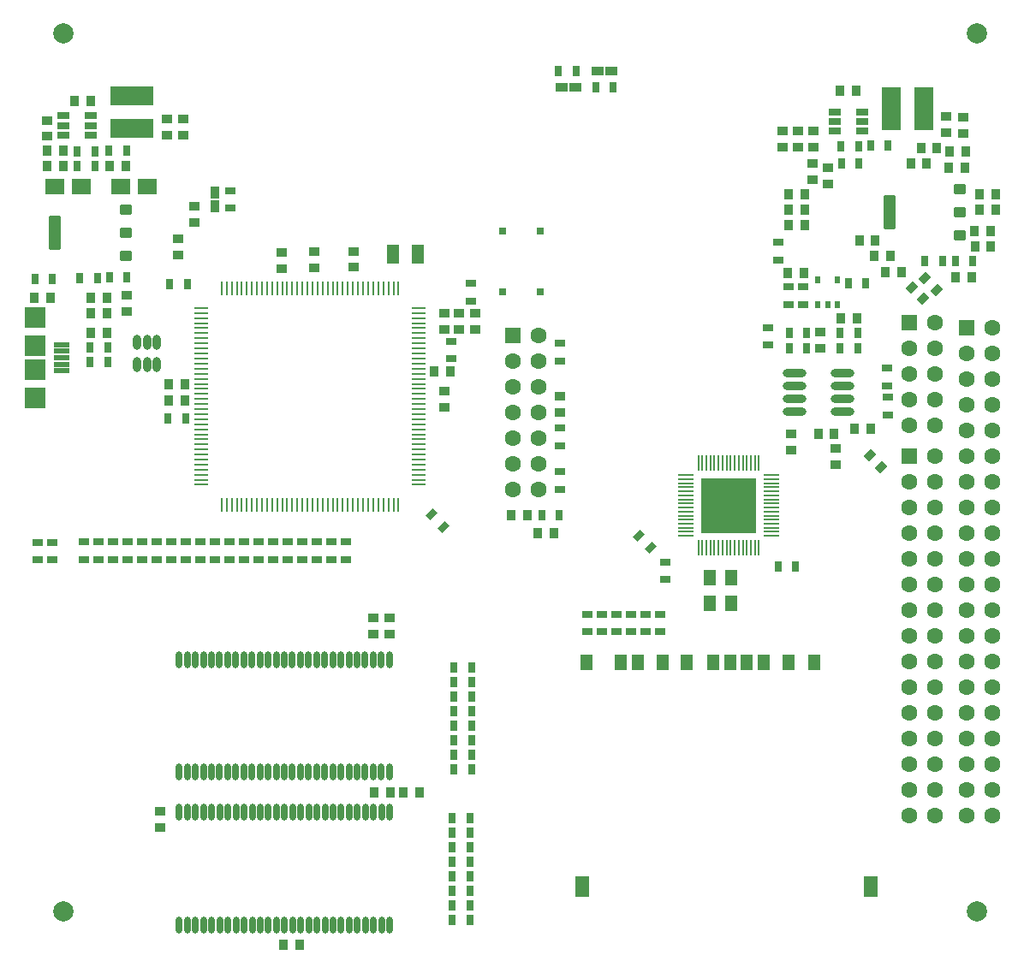
<source format=gts>
G04 ================== begin FILE IDENTIFICATION RECORD ==================*
G04 Layout Name:  Beamforming_PCB_Ver1_0_1.brd*
G04 Film Name:    soldermask_top*
G04 File Format:  Gerber RS274X*
G04 File Origin:  Cadence Allegro 16.6-2015-S066*
G04 Origin Date:  Thu Mar 18 00:04:30 2021*
G04 *
G04 Layer:  VIA CLASS/SOLDERMASK_TOP*
G04 Layer:  PIN/SOLDERMASK_TOP*
G04 Layer:  PACKAGE GEOMETRY/SOLDERMASK_TOP*
G04 *
G04 Offset:    (0.00 0.00)*
G04 Mirror:    No*
G04 Mode:      Positive*
G04 Rotation:  0*
G04 FullContactRelief:  No*
G04 UndefLineWidth:     0.00*
G04 ================== end FILE IDENTIFICATION RECORD ====================*
%FSLAX25Y25*MOIN*%
%IR0*IPPOS*OFA0.00000B0.00000*MIA0B0*SFA1.00000B1.00000*%
%AMMACRO16*
4,1,44,-.03248,-.03118,
.03248,-.03118,
.033164,-.031121,
.033827,-.030943,
.034449,-.030654,
.035012,-.03026,
.035497,-.029775,
.035891,-.029213,
.036182,-.028592,
.03636,-.027929,
.03642,-.027245,
.03642,-.02724,
.03642,.02724,
.036361,.027924,
.036183,.028587,
.035894,.029209,
.0355,.029772,
.035015,.030257,
.034453,.030651,
.033832,.030942,
.033169,.03112,
.032485,.03118,
.03248,.03118,
-.03248,.03118,
-.033164,.031121,
-.033827,.030943,
-.034449,.030654,
-.035012,.03026,
-.035497,.029775,
-.035891,.029213,
-.036182,.028592,
-.03636,.027929,
-.03642,.027245,
-.03642,.02724,
-.03642,-.02724,
-.036361,-.027924,
-.036183,-.028587,
-.035894,-.029209,
-.0355,-.029772,
-.035015,-.030257,
-.034453,-.030651,
-.033832,-.030942,
-.033169,-.03112,
-.032485,-.03118,
-.03248,-.03118,
0.0*
%
%ADD16MACRO16*%
%AMMACRO41*
4,1,38,.00394,.02559,
.00394,-.02559,
.00388,-.026274,
.003702,-.026938,
.003412,-.02756,
.003018,-.028123,
.002532,-.028608,
.00197,-.029002,
.001347,-.029292,
.000684,-.02947,
0.0,-.02953,
-.000684,-.02947,
-.001348,-.029292,
-.00197,-.029002,
-.002533,-.028608,
-.003018,-.028122,
-.003412,-.02756,
-.003702,-.026937,
-.00388,-.026274,
-.00394,-.02559,
-.00394,.02559,
-.00388,.026274,
-.003702,.026938,
-.003412,.02756,
-.003018,.028123,
-.002532,.028608,
-.00197,.029002,
-.001347,.029292,
-.000684,.02947,
0.0,.02953,
.000684,.02947,
.001348,.029292,
.00197,.029002,
.002533,.028608,
.003018,.028122,
.003412,.02756,
.003702,.026937,
.00388,.026274,
.00394,.02559,
0.0*
%
%ADD41MACRO41*%
%AMMACRO40*
4,1,38,.02559,-.00394,
-.02559,-.00394,
-.026274,-.00388,
-.026938,-.003702,
-.02756,-.003412,
-.028123,-.003018,
-.028608,-.002532,
-.029002,-.00197,
-.029292,-.001347,
-.02947,-.000684,
-.02953,0.0,
-.02947,.000684,
-.029292,.001348,
-.029002,.00197,
-.028608,.002533,
-.028122,.003018,
-.02756,.003412,
-.026937,.003702,
-.026274,.00388,
-.02559,.00394,
.02559,.00394,
.026274,.00388,
.026938,.003702,
.02756,.003412,
.028123,.003018,
.028608,.002532,
.029002,.00197,
.029292,.001347,
.02947,.000684,
.02953,0.0,
.02947,-.000684,
.029292,-.001348,
.029002,-.00197,
.028608,-.002533,
.028122,-.003018,
.02756,-.003412,
.026937,-.003702,
.026274,-.00388,
.02559,-.00394,
0.0*
%
%ADD40MACRO40*%
%ADD33C,.06299*%
%AMMACRO32*
4,1,44,-.02143,-.00752,
-.00752,-.02143,
-.006995,-.021872,
-.006401,-.022216,
-.005757,-.022452,
-.005081,-.022572,
-.004395,-.022574,
-.003719,-.022456,
-.003074,-.022222,
-.002479,-.021881,
-.001953,-.02144,
-.00195,-.02144,
.02144,.00195,
.021879,.002477,
.022221,.003072,
.022455,.003717,
.022573,.004393,
.022572,.005079,
.022452,.005755,
.022217,.006399,
.021873,.006993,
.021431,.007518,
.02143,.00752,
.00752,.02143,
.006995,.021872,
.006401,.022216,
.005757,.022452,
.005081,.022572,
.004395,.022574,
.003719,.022456,
.003074,.022222,
.002479,.021881,
.001953,.02144,
.00195,.02144,
-.02144,-.00195,
-.021879,-.002477,
-.022221,-.003072,
-.022455,-.003717,
-.022573,-.004393,
-.022572,-.005079,
-.022452,-.005755,
-.022217,-.006399,
-.021873,-.006993,
-.021431,-.007518,
-.02143,-.00752,
0.0*
%
%ADD32MACRO32*%
%AMMACRO22*
4,1,40,-.02047,.00984,
-.02047,-.00984,
-.020411,-.010524,
-.020234,-.011187,
-.019944,-.011809,
-.019551,-.012371,
-.019067,-.012857,
-.018505,-.013251,
-.017883,-.013541,
-.017221,-.01372,
-.01654,-.01378,
.01654,-.01378,
.017223,-.013719,
.017886,-.01354,
.018507,-.013249,
.019069,-.012855,
.019553,-.012369,
.019946,-.011806,
.020235,-.011184,
.020411,-.010521,
.02047,-.00984,
.02047,.00984,
.020411,.010524,
.020234,.011187,
.019944,.011809,
.019551,.012371,
.019067,.012857,
.018505,.013251,
.017883,.013541,
.017221,.01372,
.01654,.01378,
-.01654,.01378,
-.017223,.013719,
-.017886,.01354,
-.018507,.013249,
-.019069,.012855,
-.019553,.012369,
-.019946,.011806,
-.020235,.011184,
-.020411,.010521,
-.02047,.00984,
0.0*
%
%ADD22MACRO22*%
%AMMACRO20*
4,1,40,.00984,.02047,
-.00984,.02047,
-.010524,.020411,
-.011187,.020234,
-.011809,.019944,
-.012371,.019551,
-.012857,.019067,
-.013251,.018505,
-.013541,.017883,
-.01372,.017221,
-.01378,.01654,
-.01378,-.01654,
-.013719,-.017223,
-.01354,-.017886,
-.013249,-.018507,
-.012855,-.019069,
-.012369,-.019553,
-.011806,-.019946,
-.011184,-.020235,
-.010521,-.020411,
-.00984,-.02047,
.00984,-.02047,
.010524,-.020411,
.011187,-.020234,
.011809,-.019944,
.012371,-.019551,
.012857,-.019067,
.013251,-.018505,
.013541,-.017883,
.01372,-.017221,
.01378,-.01654,
.01378,.01654,
.013719,.017223,
.01354,.017886,
.013249,.018507,
.012855,.019069,
.012369,.019553,
.011806,.019946,
.011184,.020235,
.010521,.020411,
.00984,.02047,
0.0*
%
%ADD20MACRO20*%
%ADD17C,.07874*%
%AMMACRO48*
4,1,40,-.02297,-.00626,
-.00626,-.02297,
-.005735,-.023412,
-.00514,-.023754,
-.004495,-.023988,
-.003819,-.024107,
-.003132,-.024106,
-.002456,-.023987,
-.001811,-.023751,
-.001217,-.023407,
-.00069,-.02297,
.02297,.00069,
.023408,.001219,
.023752,.001813,
.023987,.002458,
.024107,.003134,
.024107,.00382,
.023988,.004496,
.023754,.005141,
.023411,.005736,
.02297,.00626,
.00626,.02297,
.005735,.023412,
.00514,.023754,
.004495,.023988,
.003819,.024107,
.003132,.024106,
.002456,.023987,
.001811,.023751,
.001217,.023407,
.00069,.02297,
-.02297,-.00069,
-.023408,-.001219,
-.023752,-.001813,
-.023987,-.002458,
-.024107,-.003134,
-.024107,-.00382,
-.023988,-.004496,
-.023754,-.005141,
-.023411,-.005736,
-.02297,-.00626,
0.0*
%
%ADD48MACRO48*%
%AMMACRO21*
4,1,44,.01181,.02067,
-.01181,.02067,
-.012494,.020611,
-.013157,.020433,
-.013779,.020143,
-.014342,.01975,
-.014827,.019265,
-.015221,.018703,
-.015512,.018081,
-.01569,.017418,
-.01575,.016734,
-.01575,.01673,
-.01575,-.01673,
-.015691,-.017414,
-.015513,-.018077,
-.015223,-.018699,
-.01483,-.019262,
-.014345,-.019747,
-.013783,-.020141,
-.013161,-.020432,
-.012498,-.02061,
-.011814,-.02067,
-.01181,-.02067,
.01181,-.02067,
.012494,-.020611,
.013157,-.020433,
.013779,-.020143,
.014342,-.01975,
.014827,-.019265,
.015221,-.018703,
.015512,-.018081,
.01569,-.017418,
.01575,-.016734,
.01575,-.01673,
.01575,.01673,
.015691,.017414,
.015513,.018077,
.015223,.018699,
.01483,.019262,
.014345,.019747,
.013783,.020141,
.013161,.020432,
.012498,.02061,
.011814,.02067,
.01181,.02067,
0.0*
%
%ADD21MACRO21*%
%AMMACRO14*
4,1,44,-.02067,.01181,
-.02067,-.01181,
-.020611,-.012494,
-.020433,-.013157,
-.020143,-.013779,
-.01975,-.014342,
-.019265,-.014827,
-.018703,-.015221,
-.018081,-.015512,
-.017418,-.01569,
-.016734,-.01575,
-.01673,-.01575,
.01673,-.01575,
.017414,-.015691,
.018077,-.015513,
.018699,-.015223,
.019262,-.01483,
.019747,-.014345,
.020141,-.013783,
.020432,-.013161,
.02061,-.012498,
.02067,-.011814,
.02067,-.01181,
.02067,.01181,
.020611,.012494,
.020433,.013157,
.020143,.013779,
.01975,.014342,
.019265,.014827,
.018703,.015221,
.018081,.015512,
.017418,.01569,
.016734,.01575,
.01673,.01575,
-.01673,.01575,
-.017414,.015691,
-.018077,.015513,
-.018699,.015223,
-.019262,.01483,
-.019747,.014345,
-.020141,.013783,
-.020432,.013161,
-.02061,.012498,
-.02067,.011814,
-.02067,.01181,
0.0*
%
%ADD14MACRO14*%
%ADD23R,.17126X.07677*%
%ADD49R,.07677X.17126*%
%AMMACRO36*
4,1,44,.02067,.01772,
-.02067,.01772,
-.021354,.01766,
-.022017,.017483,
-.02264,.017193,
-.023202,.016799,
-.023688,.016313,
-.024082,.015751,
-.024372,.015129,
-.02455,.014465,
-.02461,.013781,
-.02461,.01378,
-.02461,-.01378,
-.02455,-.014464,
-.024373,-.015127,
-.024083,-.01575,
-.023689,-.016312,
-.023203,-.016798,
-.022641,-.017192,
-.022019,-.017482,
-.021355,-.01766,
-.020671,-.01772,
-.02067,-.01772,
.02067,-.01772,
.021354,-.01766,
.022017,-.017483,
.02264,-.017193,
.023202,-.016799,
.023688,-.016313,
.024082,-.015751,
.024372,-.015129,
.02455,-.014465,
.02461,-.013781,
.02461,-.01378,
.02461,.01378,
.02455,.014464,
.024373,.015127,
.024083,.01575,
.023689,.016312,
.023203,.016798,
.022641,.017192,
.022019,.017482,
.021355,.01766,
.020671,.01772,
.02067,.01772,
0.0*
%
%ADD36MACRO36*%
%AMMACRO29*
4,1,44,-.01772,.02067,
-.01772,-.02067,
-.01766,-.021354,
-.017483,-.022017,
-.017193,-.02264,
-.016799,-.023202,
-.016313,-.023688,
-.015751,-.024082,
-.015129,-.024372,
-.014465,-.02455,
-.013781,-.02461,
-.01378,-.02461,
.01378,-.02461,
.014464,-.02455,
.015127,-.024373,
.01575,-.024083,
.016312,-.023689,
.016798,-.023203,
.017192,-.022641,
.017482,-.022019,
.01766,-.021355,
.01772,-.020671,
.01772,-.02067,
.01772,.02067,
.01766,.021354,
.017483,.022017,
.017193,.02264,
.016799,.023202,
.016313,.023688,
.015751,.024082,
.015129,.024372,
.014465,.02455,
.013781,.02461,
.01378,.02461,
-.01378,.02461,
-.014464,.02455,
-.015127,.024373,
-.01575,.024083,
-.016312,.023689,
-.016798,.023203,
-.017192,.022641,
-.017482,.022019,
-.01766,.021355,
-.01772,.020671,
-.01772,.02067,
0.0*
%
%ADD29MACRO29*%
%ADD34R,.06299X.06299*%
%AMMACRO45*
4,1,38,-.02559,.00394,
.02559,.00394,
.026274,.00388,
.026938,.003702,
.02756,.003412,
.028123,.003018,
.028608,.002532,
.029002,.00197,
.029292,.001347,
.02947,.000684,
.02953,0.0,
.02947,-.000684,
.029292,-.001348,
.029002,-.00197,
.028608,-.002533,
.028122,-.003018,
.02756,-.003412,
.026937,-.003702,
.026274,-.00388,
.02559,-.00394,
-.02559,-.00394,
-.026274,-.00388,
-.026938,-.003702,
-.02756,-.003412,
-.028123,-.003018,
-.028608,-.002532,
-.029002,-.00197,
-.029292,-.001347,
-.02947,-.000684,
-.02953,0.0,
-.02947,.000684,
-.029292,.001348,
-.029002,.00197,
-.028608,.002533,
-.028122,.003018,
-.02756,.003412,
-.026937,.003702,
-.026274,.00388,
-.02559,.00394,
0.0*
%
%ADD45MACRO45*%
%AMMACRO42*
4,1,38,-.00394,-.02559,
-.00394,.02559,
-.00388,.026274,
-.003702,.026938,
-.003412,.02756,
-.003018,.028123,
-.002532,.028608,
-.00197,.029002,
-.001347,.029292,
-.000684,.02947,
0.0,.02953,
.000684,.02947,
.001348,.029292,
.00197,.029002,
.002533,.028608,
.003018,.028122,
.003412,.02756,
.003702,.026937,
.00388,.026274,
.00394,.02559,
.00394,-.02559,
.00388,-.026274,
.003702,-.026938,
.003412,-.02756,
.003018,-.028123,
.002532,-.028608,
.00197,-.029002,
.001347,-.029292,
.000684,-.02947,
0.0,-.02953,
-.000684,-.02947,
-.001348,-.029292,
-.00197,-.029002,
-.002533,-.028608,
-.003018,-.028122,
-.003412,-.02756,
-.003702,-.026937,
-.00388,-.026274,
-.00394,-.02559,
0.0*
%
%ADD42MACRO42*%
%ADD25O,.0315X.05906*%
%ADD44R,.21654X.21654*%
%ADD10R,.08071X.08071*%
%ADD47R,.02165X.02953*%
%ADD46O,.09331X.03189*%
%ADD18R,.05906X.02165*%
%ADD27O,.02362X.06693*%
%AMMACRO24*
4,1,40,.02185,-.01654,
.02185,.01654,
.021789,.017223,
.021611,.017886,
.02132,.018507,
.020925,.019069,
.020439,.019553,
.019877,.019946,
.019254,.020235,
.018591,.020411,
.01791,.02047,
-.01791,.02047,
-.018594,.020411,
-.019256,.020234,
-.019879,.019945,
-.020441,.019552,
-.020927,.019067,
-.021321,.018505,
-.021611,.017884,
-.02179,.017221,
-.02185,.01654,
-.02185,-.01654,
-.021789,-.017223,
-.021611,-.017886,
-.02132,-.018507,
-.020925,-.019069,
-.020439,-.019553,
-.019877,-.019946,
-.019254,-.020235,
-.018591,-.020411,
-.01791,-.02047,
.01791,-.02047,
.018594,-.020411,
.019256,-.020234,
.019879,-.019945,
.020441,-.019552,
.020927,-.019067,
.021321,-.018505,
.021611,-.017884,
.02179,-.017221,
.02185,-.01654,
0.0*
%
%ADD24MACRO24*%
%ADD19R,.04921X.02953*%
%ADD37R,.05315X.08465*%
%ADD35R,.02953X.02953*%
%AMMACRO12*
4,1,40,.02047,-.00984,
.02047,.00984,
.020411,.010524,
.020234,.011187,
.019944,.011809,
.019551,.012371,
.019067,.012857,
.018505,.013251,
.017883,.013541,
.017221,.01372,
.01654,.01378,
-.01654,.01378,
-.017223,.013719,
-.017886,.01354,
-.018507,.013249,
-.019069,.012855,
-.019553,.012369,
-.019946,.011806,
-.020235,.011184,
-.020411,.010521,
-.02047,.00984,
-.02047,-.00984,
-.020411,-.010524,
-.020234,-.011187,
-.019944,-.011809,
-.019551,-.012371,
-.019067,-.012857,
-.018505,-.013251,
-.017883,-.013541,
-.017221,-.01372,
-.01654,-.01378,
.01654,-.01378,
.017223,-.013719,
.017886,-.01354,
.018507,-.013249,
.019069,-.012855,
.019553,-.012369,
.019946,-.011806,
.020235,-.011184,
.020411,-.010521,
.02047,-.00984,
0.0*
%
%ADD12MACRO12*%
%AMMACRO13*
4,1,40,-.00984,-.02047,
.00984,-.02047,
.010524,-.020411,
.011187,-.020234,
.011809,-.019944,
.012371,-.019551,
.012857,-.019067,
.013251,-.018505,
.013541,-.017883,
.01372,-.017221,
.01378,-.01654,
.01378,.01654,
.013719,.017223,
.01354,.017886,
.013249,.018507,
.012855,.019069,
.012369,.019553,
.011806,.019946,
.011184,.020235,
.010521,.020411,
.00984,.02047,
-.00984,.02047,
-.010524,.020411,
-.011187,.020234,
-.011809,.019944,
-.012371,.019551,
-.012857,.019067,
-.013251,.018505,
-.013541,.017883,
-.01372,.017221,
-.01378,.01654,
-.01378,-.01654,
-.013719,-.017223,
-.01354,-.017886,
-.013249,-.018507,
-.012855,-.019069,
-.012369,-.019553,
-.011806,-.019946,
-.011184,-.020235,
-.010521,-.020411,
-.00984,-.02047,
0.0*
%
%ADD13MACRO13*%
%AMMACRO26*
4,1,44,.02067,-.01181,
.02067,.01181,
.020611,.012494,
.020433,.013157,
.020143,.013779,
.01975,.014342,
.019265,.014827,
.018703,.015221,
.018081,.015512,
.017418,.01569,
.016734,.01575,
.01673,.01575,
-.01673,.01575,
-.017414,.015691,
-.018077,.015513,
-.018699,.015223,
-.019262,.01483,
-.019747,.014345,
-.020141,.013783,
-.020432,.013161,
-.02061,.012498,
-.02067,.011814,
-.02067,.01181,
-.02067,-.01181,
-.020611,-.012494,
-.020433,-.013157,
-.020143,-.013779,
-.01975,-.014342,
-.019265,-.014827,
-.018703,-.015221,
-.018081,-.015512,
-.017418,-.01569,
-.016734,-.01575,
-.01673,-.01575,
.01673,-.01575,
.017414,-.015691,
.018077,-.015513,
.018699,-.015223,
.019262,-.01483,
.019747,-.014345,
.020141,-.013783,
.020432,-.013161,
.02061,-.012498,
.02067,-.011814,
.02067,-.01181,
0.0*
%
%ADD26MACRO26*%
%AMMACRO15*
4,1,40,.02185,-.06201,
.02185,.06201,
.021789,.062693,
.021611,.063356,
.02132,.063977,
.020926,.064538,
.02044,.065023,
.019878,.065415,
.019256,.065704,
.018593,.065881,
.01791,.06594,
-.01791,.06594,
-.018593,.065881,
-.019256,.065704,
-.019878,.065415,
-.020441,.065022,
-.020926,.064538,
-.02132,.063976,
-.021611,.063355,
-.021789,.062693,
-.02185,.06201,
-.02185,-.06201,
-.021789,-.062693,
-.021611,-.063356,
-.02132,-.063977,
-.020926,-.064538,
-.02044,-.065023,
-.019878,-.065415,
-.019256,-.065704,
-.018593,-.065881,
-.01791,-.06594,
.01791,-.06594,
.018593,-.065881,
.019256,-.065704,
.019878,-.065415,
.020441,-.065022,
.020926,-.064538,
.02132,-.063976,
.021611,-.063355,
.021789,-.062693,
.02185,-.06201,
0.0*
%
%ADD15MACRO15*%
%AMMACRO11*
4,1,44,-.01181,-.02067,
.01181,-.02067,
.012494,-.020611,
.013157,-.020433,
.013779,-.020143,
.014342,-.01975,
.014827,-.019265,
.015221,-.018703,
.015512,-.018081,
.01569,-.017418,
.01575,-.016734,
.01575,-.01673,
.01575,.01673,
.015691,.017414,
.015513,.018077,
.015223,.018699,
.01483,.019262,
.014345,.019747,
.013783,.020141,
.013161,.020432,
.012498,.02061,
.011814,.02067,
.01181,.02067,
-.01181,.02067,
-.012494,.020611,
-.013157,.020433,
-.013779,.020143,
-.014342,.01975,
-.014827,.019265,
-.015221,.018703,
-.015512,.018081,
-.01569,.017418,
-.01575,.016734,
-.01575,.01673,
-.01575,-.01673,
-.015691,-.017414,
-.015513,-.018077,
-.015223,-.018699,
-.01483,-.019262,
-.014345,-.019747,
-.013783,-.020141,
-.013161,-.020432,
-.012498,-.02061,
-.011814,-.02067,
-.01181,-.02067,
0.0*
%
%ADD11MACRO11*%
%ADD38R,.04528X.06496*%
%AMMACRO43*
4,1,40,-.02008,-.02894,
.02008,-.02894,
.020764,-.02888,
.021428,-.028702,
.02205,-.028412,
.022613,-.028018,
.023098,-.027533,
.023492,-.02697,
.023782,-.026348,
.02396,-.025684,
.02402,-.025,
.02402,.025,
.02396,.025684,
.023782,.026348,
.023492,.02697,
.023098,.027533,
.022613,.028018,
.02205,.028412,
.021428,.028702,
.020764,.02888,
.02008,.02894,
-.02008,.02894,
-.020764,.02888,
-.021428,.028702,
-.02205,.028412,
-.022613,.028018,
-.023098,.027533,
-.023492,.02697,
-.023782,.026348,
-.02396,.025684,
-.02402,.025,
-.02402,-.025,
-.02396,-.025684,
-.023782,-.026348,
-.023492,-.02697,
-.023098,-.027533,
-.022613,-.028018,
-.02205,-.028412,
-.021428,-.028702,
-.020764,-.02888,
-.02008,-.02894,
0.0*
%
%ADD43MACRO43*%
%AMMACRO39*
4,1,44,-.02067,-.01772,
.02067,-.01772,
.021354,-.01766,
.022017,-.017483,
.02264,-.017193,
.023202,-.016799,
.023688,-.016313,
.024082,-.015751,
.024372,-.015129,
.02455,-.014465,
.02461,-.013781,
.02461,-.01378,
.02461,.01378,
.02455,.014464,
.024373,.015127,
.024083,.01575,
.023689,.016312,
.023203,.016798,
.022641,.017192,
.022019,.017482,
.021355,.01766,
.020671,.01772,
.02067,.01772,
-.02067,.01772,
-.021354,.01766,
-.022017,.017483,
-.02264,.017193,
-.023202,.016799,
-.023688,.016313,
-.024082,.015751,
-.024372,.015129,
-.02455,.014465,
-.02461,.013781,
-.02461,.01378,
-.02461,-.01378,
-.02455,-.014464,
-.024373,-.015127,
-.024083,-.01575,
-.023689,-.016312,
-.023203,-.016798,
-.022641,-.017192,
-.022019,-.017482,
-.021355,-.01766,
-.020671,-.01772,
-.02067,-.01772,
0.0*
%
%ADD39MACRO39*%
%ADD31R,.04528X.07677*%
%ADD28R,.05799X.01098*%
%ADD30R,.01098X.05799*%
%LPD*%
G75*
G54D10*
X7865Y242795D03*
Y253622D03*
Y263071D03*
Y273898D03*
G54D11*
X7750Y281700D03*
X12750Y333000D03*
Y339000D03*
X14050Y281700D03*
X19050Y333000D03*
Y339000D03*
X29750Y268100D03*
Y275800D03*
Y281600D03*
X36050Y268100D03*
Y275800D03*
Y281600D03*
X140050Y89200D03*
X146350D03*
X151250D03*
X157550D03*
X163250Y252900D03*
X169550D03*
X193250Y197000D03*
X199550D03*
X301150Y291300D03*
X307450D03*
X312850Y228600D03*
X319150D03*
X321750Y273800D03*
X328050D03*
X348850Y334200D03*
X352850Y340200D03*
X355150Y334200D03*
X359150Y340200D03*
X366250Y289600D03*
X372550D03*
X373850Y301800D03*
X373750Y307600D03*
X375550Y316000D03*
Y322200D03*
X380150Y301800D03*
X380050Y307600D03*
X381850Y316000D03*
Y322200D03*
G54D20*
X24494Y333100D03*
Y338800D03*
X31306Y333100D03*
Y338800D03*
X36894Y289600D03*
X36794Y339000D03*
X43706Y289600D03*
X43606Y339000D03*
X226194Y363600D03*
X233006D03*
X321894Y334200D03*
X324594Y287500D03*
X328706Y334200D03*
X331406Y287500D03*
X333294Y340900D03*
X340106D03*
X354394Y295900D03*
X361206D03*
X366194D03*
X373006D03*
G54D30*
X82500Y201100D03*
X80600D03*
Y285500D03*
X82500D03*
X84500Y201100D03*
Y285500D03*
X88400Y201100D03*
X86500D03*
Y285500D03*
X88400D03*
X90400Y201100D03*
Y285500D03*
X94300Y201100D03*
X92400D03*
Y285500D03*
X94300D03*
X96300Y201100D03*
Y285500D03*
X100200Y201100D03*
X98300D03*
Y285500D03*
X100200D03*
X102200Y201100D03*
Y285500D03*
X104200Y201100D03*
Y285500D03*
X108100Y201100D03*
X106100D03*
Y285500D03*
X108100D03*
X110100Y201100D03*
Y285500D03*
X114000Y201100D03*
X112000D03*
Y285500D03*
X114000D03*
X116000Y201100D03*
Y285500D03*
X119900Y201100D03*
X118000D03*
Y285500D03*
X119900D03*
X121900Y201100D03*
Y285500D03*
X125800Y201100D03*
X123900D03*
Y285500D03*
X125800D03*
X127800Y201100D03*
Y285500D03*
X129800Y201100D03*
Y285500D03*
X133700Y201100D03*
X131700D03*
Y285500D03*
X133700D03*
X135700Y201100D03*
Y285500D03*
X139600Y201100D03*
X137600D03*
Y285500D03*
X139600D03*
X141600Y201100D03*
Y285500D03*
X145500Y201100D03*
X143500D03*
Y285500D03*
X145500D03*
X147500Y201100D03*
Y285500D03*
X149400Y201100D03*
Y285500D03*
G54D12*
X9030Y179594D03*
Y186406D03*
X14700Y179594D03*
Y186406D03*
X32590Y179794D03*
Y186606D03*
X84000Y316694D03*
Y323506D03*
X212400Y207094D03*
Y213906D03*
Y224194D03*
Y231006D03*
X222960Y151694D03*
Y158506D03*
X228630Y151694D03*
Y158506D03*
X234300Y151694D03*
Y158506D03*
X240030Y151694D03*
Y158506D03*
X245700Y151694D03*
Y158506D03*
X251370Y151694D03*
Y158506D03*
X253400Y171994D03*
Y178806D03*
X293400Y263294D03*
Y270106D03*
X339900Y236194D03*
Y243006D03*
X339800Y247494D03*
Y254306D03*
G54D21*
X23350Y358400D03*
X29650D03*
X37050Y333000D03*
X43350D03*
X60150Y241800D03*
Y247900D03*
X66450Y241800D03*
Y247900D03*
X104650Y29800D03*
X110950D03*
X203550Y189900D03*
X209850D03*
X301250Y309900D03*
X301350Y315900D03*
X301250Y321900D03*
X307550Y309900D03*
X307650Y315900D03*
X307550Y321900D03*
X321250Y362300D03*
X326950Y230600D03*
X327550Y362300D03*
X328850Y304100D03*
X333250Y230600D03*
X334650Y298100D03*
X335150Y304100D03*
X338950Y291800D03*
X340950Y298100D03*
X345250Y291800D03*
X363650Y332400D03*
X364150Y338600D03*
X369950Y332400D03*
X370450Y338600D03*
G54D31*
X147179Y298600D03*
X157021D03*
G54D13*
X7994Y289200D03*
X14806D03*
X25494Y289500D03*
X29494Y256741D03*
Y262411D03*
X32306Y289500D03*
X36306Y256741D03*
Y262411D03*
X59794Y234600D03*
X60494Y287100D03*
X66606Y234600D03*
X67306Y287100D03*
X170394Y39500D03*
Y45170D03*
Y50840D03*
Y56510D03*
Y62180D03*
Y67850D03*
Y73520D03*
Y79190D03*
X171094Y97880D03*
Y103550D03*
Y109220D03*
Y114890D03*
Y120560D03*
Y126230D03*
Y131900D03*
Y137570D03*
X177206Y39500D03*
Y45170D03*
Y50840D03*
Y56510D03*
Y62180D03*
Y67850D03*
Y73520D03*
Y79190D03*
X177906Y97880D03*
Y103550D03*
Y109220D03*
Y114890D03*
Y120560D03*
Y126230D03*
Y131900D03*
Y137570D03*
X205294Y197000D03*
X211694Y370100D03*
X212106Y197000D03*
X218506Y370100D03*
X297294Y177000D03*
X301594Y262030D03*
Y267900D03*
X304106Y177000D03*
X308406Y262030D03*
Y267900D03*
X321494Y262030D03*
Y267900D03*
X321794Y340800D03*
X328306Y262030D03*
Y267900D03*
X328606Y340800D03*
G54D22*
X26920Y179794D03*
Y186606D03*
X38260Y179794D03*
Y186606D03*
X43930Y179794D03*
Y186606D03*
X49600Y179794D03*
Y186606D03*
X55270Y179794D03*
Y186606D03*
X60940Y179794D03*
Y186606D03*
X66610Y179794D03*
Y186606D03*
X72280Y179794D03*
Y186606D03*
X77950Y179794D03*
Y186606D03*
X83620Y179794D03*
Y186606D03*
X89290Y179794D03*
Y186606D03*
X94960Y179794D03*
Y186606D03*
X100630Y179794D03*
Y186606D03*
X106300Y179794D03*
Y186606D03*
X111970Y179794D03*
Y186606D03*
X117640Y179794D03*
Y186606D03*
X123310Y179794D03*
Y186606D03*
X128980Y179794D03*
Y186606D03*
X170100Y257994D03*
Y264806D03*
X177700Y280494D03*
Y287306D03*
X212300Y257094D03*
Y263906D03*
X297300Y296494D03*
Y303306D03*
X301300Y279094D03*
Y285906D03*
X306970Y279094D03*
Y285906D03*
G54D40*
X261465Y188989D03*
Y190564D03*
Y192139D03*
Y193713D03*
Y195288D03*
Y196863D03*
Y198438D03*
Y200013D03*
Y201587D03*
Y203162D03*
Y204737D03*
Y206312D03*
Y207887D03*
Y209461D03*
Y211036D03*
Y212611D03*
G54D23*
X45600Y347802D03*
Y360400D03*
G54D14*
X12500Y344550D03*
Y350850D03*
X43800Y276250D03*
Y282550D03*
X63800Y298350D03*
Y304650D03*
X167200Y269350D03*
Y275650D03*
X173100Y269350D03*
Y275650D03*
X179400Y269350D03*
Y275650D03*
X212300Y237150D03*
Y243450D03*
G54D32*
X162292Y197308D03*
X167108Y192492D03*
X242892Y189108D03*
X247708Y184292D03*
G54D41*
X266189Y184265D03*
X269339D03*
X267764D03*
X272488D03*
X270913D03*
X275638D03*
X274063D03*
X278787D03*
X277213D03*
X280362D03*
X283512D03*
X281937D03*
X286661D03*
X285087D03*
X289811D03*
X288236D03*
G54D15*
X15740Y307000D03*
X340540Y315000D03*
G54D24*
X43260Y297945D03*
Y307000D03*
Y316055D03*
X368060Y305945D03*
Y315000D03*
Y324055D03*
G54D42*
X266189Y217335D03*
X267764D03*
X269339D03*
X270913D03*
X272488D03*
X274063D03*
X275638D03*
X277213D03*
X278787D03*
X280362D03*
X281937D03*
X283512D03*
X285087D03*
X286661D03*
X288236D03*
X289811D03*
G54D33*
X194000Y207100D03*
Y217100D03*
Y227100D03*
Y237100D03*
Y247100D03*
Y257100D03*
X204000Y207100D03*
Y217100D03*
Y227100D03*
Y237100D03*
Y247100D03*
Y257100D03*
Y267100D03*
X348300Y79900D03*
Y89900D03*
Y99900D03*
Y109900D03*
Y119900D03*
Y129900D03*
Y139900D03*
Y149900D03*
Y159900D03*
Y169900D03*
Y179900D03*
Y189900D03*
Y199900D03*
Y209900D03*
X348200Y232200D03*
Y242200D03*
Y252200D03*
Y262200D03*
X358300Y79900D03*
Y89900D03*
Y99900D03*
Y109900D03*
Y119900D03*
Y129900D03*
Y139900D03*
Y149900D03*
Y159900D03*
Y169900D03*
Y179900D03*
Y189900D03*
Y199900D03*
Y209900D03*
Y219900D03*
X358200Y232200D03*
Y242200D03*
Y252200D03*
Y262200D03*
Y272200D03*
X370500Y80100D03*
Y90100D03*
Y100100D03*
Y110100D03*
Y120100D03*
Y130100D03*
Y140100D03*
Y150100D03*
Y160100D03*
Y170100D03*
Y180100D03*
Y190100D03*
Y200100D03*
Y210100D03*
Y220100D03*
Y230100D03*
Y240100D03*
Y250100D03*
Y260100D03*
X380500Y80100D03*
Y90100D03*
Y100100D03*
Y110100D03*
Y120100D03*
Y130100D03*
Y140100D03*
Y150100D03*
Y160100D03*
Y170100D03*
Y180100D03*
Y190100D03*
Y200100D03*
Y210100D03*
Y220100D03*
Y230100D03*
Y240100D03*
Y250100D03*
Y260100D03*
Y270100D03*
G54D43*
X270706Y162820D03*
Y172780D03*
X278894Y162820D03*
Y172780D03*
G54D25*
X47760Y255569D03*
Y264231D03*
X51500Y255569D03*
Y264231D03*
X55240Y255569D03*
Y264231D03*
G54D34*
X194000Y267100D03*
X348300Y219900D03*
X348200Y272200D03*
X370500Y270100D03*
G54D16*
X15683Y325100D03*
X26117D03*
X41183D03*
X51617D03*
G54D26*
X56800Y75350D03*
Y81650D03*
X59300Y345150D03*
Y351450D03*
X65700Y345150D03*
Y351450D03*
X69900Y311050D03*
Y317350D03*
X104100Y292950D03*
Y299250D03*
X116600Y293450D03*
Y299750D03*
X132000Y293550D03*
Y299850D03*
X139600Y150650D03*
Y156950D03*
X145900Y150750D03*
Y157050D03*
X167300Y239050D03*
Y245350D03*
X299000Y340450D03*
Y346750D03*
X302400Y222250D03*
Y228550D03*
X305100Y340450D03*
Y346750D03*
X310700Y327750D03*
Y334050D03*
X310900Y340350D03*
Y346650D03*
X313600Y262050D03*
Y268350D03*
X316800Y326050D03*
Y332350D03*
X319600Y216850D03*
Y223150D03*
X362500Y345950D03*
Y352250D03*
X369300Y345850D03*
Y352150D03*
G54D35*
X190033Y284163D03*
Y307785D03*
X204600Y284163D03*
Y307785D03*
G54D44*
X278000Y200800D03*
G54D17*
X18900Y42700D03*
Y384800D03*
X374800Y42700D03*
Y384800D03*
G54D27*
X64155Y37431D03*
Y81369D03*
X64055Y96931D03*
Y140869D03*
X67305Y37431D03*
Y81369D03*
X67205Y96931D03*
Y140869D03*
X70454Y37431D03*
Y81369D03*
X70354Y96931D03*
Y140869D03*
X73604Y37431D03*
Y81369D03*
X73504Y96931D03*
Y140869D03*
X76754Y37431D03*
Y81369D03*
X76654Y96931D03*
Y140869D03*
X79903Y37431D03*
Y81369D03*
X79803Y96931D03*
Y140869D03*
X83053Y37431D03*
Y81369D03*
X82953Y96931D03*
Y140869D03*
X86202Y37431D03*
Y81369D03*
X86102Y96931D03*
Y140869D03*
X89352Y37431D03*
Y81369D03*
X89252Y96931D03*
Y140869D03*
X92502Y37431D03*
Y81369D03*
X92402Y96931D03*
Y140869D03*
X95651Y37431D03*
Y81369D03*
X95551Y96931D03*
Y140869D03*
X98801Y37431D03*
Y81369D03*
X98701Y96931D03*
Y140869D03*
X101950Y37431D03*
Y81369D03*
X101850Y96931D03*
Y140869D03*
X105100Y37431D03*
Y81369D03*
X105000Y96931D03*
Y140869D03*
X108250Y37431D03*
Y81369D03*
X108150Y96931D03*
Y140869D03*
X111399Y37431D03*
Y81369D03*
X111299Y96931D03*
Y140869D03*
X114549Y37431D03*
Y81369D03*
X114449Y96931D03*
Y140869D03*
X117698Y37431D03*
Y81369D03*
X117598Y96931D03*
Y140869D03*
X120848Y37431D03*
Y81369D03*
X120748Y96931D03*
Y140869D03*
X123998Y37431D03*
Y81369D03*
X123898Y96931D03*
Y140869D03*
X127147Y37431D03*
Y81369D03*
X127047Y96931D03*
Y140869D03*
X130297Y37431D03*
Y81369D03*
X130197Y96931D03*
Y140869D03*
X133446Y37431D03*
Y81369D03*
X133346Y96931D03*
Y140869D03*
X136596Y37431D03*
Y81369D03*
X136496Y96931D03*
Y140869D03*
X139746Y37431D03*
Y81369D03*
X139646Y96931D03*
Y140869D03*
X142895Y37431D03*
Y81369D03*
X142795Y96931D03*
Y140869D03*
X146045Y37431D03*
Y81369D03*
X145945Y96931D03*
Y140869D03*
G54D18*
X18396Y253228D03*
Y255787D03*
Y258346D03*
Y260906D03*
Y263465D03*
G54D45*
X294535Y190564D03*
Y188989D03*
Y193713D03*
Y192139D03*
Y195288D03*
Y198438D03*
Y196863D03*
Y201587D03*
Y200013D03*
Y204737D03*
Y203162D03*
Y207887D03*
Y206312D03*
Y209461D03*
Y212611D03*
Y211036D03*
G54D36*
X213043Y363600D03*
X218357D03*
G54D28*
X72800Y208900D03*
Y210800D03*
Y212800D03*
Y214800D03*
Y216700D03*
Y218700D03*
Y220700D03*
Y222600D03*
Y224600D03*
Y226600D03*
Y228500D03*
Y230500D03*
Y232500D03*
Y234400D03*
Y236400D03*
Y238400D03*
Y240300D03*
Y242300D03*
Y244300D03*
Y246300D03*
Y248200D03*
Y250200D03*
Y252200D03*
Y254100D03*
Y256100D03*
Y258100D03*
Y262000D03*
Y260000D03*
Y264000D03*
Y265900D03*
Y267900D03*
Y269900D03*
Y271800D03*
Y273800D03*
Y275800D03*
Y277700D03*
X157200Y210800D03*
Y208900D03*
Y212800D03*
Y214800D03*
Y218700D03*
Y216700D03*
Y220700D03*
Y224600D03*
Y222600D03*
Y226600D03*
Y230500D03*
Y228500D03*
Y232500D03*
Y236400D03*
Y234400D03*
Y238400D03*
Y240300D03*
Y244300D03*
Y242300D03*
Y246300D03*
Y250200D03*
Y248200D03*
Y252200D03*
Y256100D03*
Y254100D03*
Y258100D03*
Y260000D03*
Y262000D03*
Y264000D03*
Y265900D03*
Y269900D03*
Y267900D03*
Y271800D03*
Y275800D03*
Y273800D03*
Y277700D03*
G54D37*
X221162Y52446D03*
X333170D03*
G54D19*
X19000Y345120D03*
Y348860D03*
Y352600D03*
X29630Y345120D03*
Y348860D03*
Y352600D03*
X319400Y346620D03*
Y350360D03*
Y354100D03*
X330030Y346620D03*
Y350360D03*
Y354100D03*
G54D46*
X303789Y237300D03*
Y242300D03*
Y247300D03*
Y252300D03*
X322411Y237300D03*
Y242300D03*
Y247300D03*
Y252300D03*
G54D38*
X222737Y139848D03*
X235926D03*
X242619D03*
X252186D03*
X261674D03*
X271871D03*
X278564D03*
X285060D03*
X291556D03*
X301398D03*
X311241D03*
G54D47*
X312800Y279100D03*
Y288549D03*
X316540Y279100D03*
X320280D03*
Y288549D03*
G54D29*
X77900Y317443D03*
Y322757D03*
G54D39*
X226943Y370100D03*
X232257D03*
G54D48*
X332973Y220227D03*
X337427Y215773D03*
X349273Y285727D03*
X353727Y281273D03*
X354473Y289227D03*
X358927Y284773D03*
G54D49*
X341300Y355500D03*
X353898D03*
M02*

</source>
